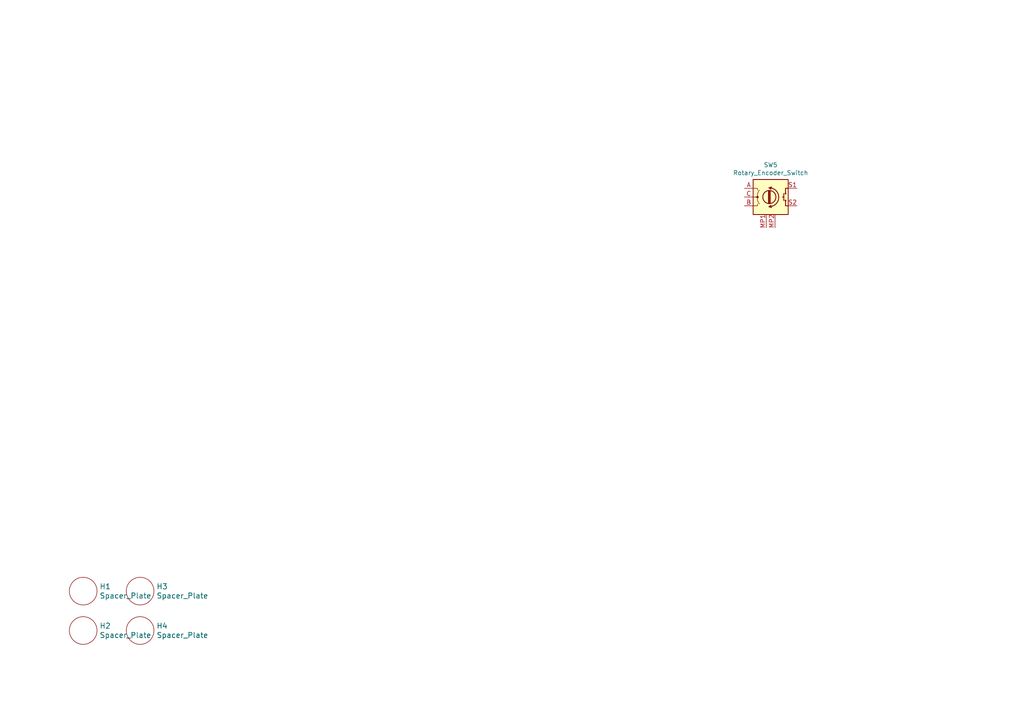
<source format=kicad_sch>
(kicad_sch (version 20211123) (generator eeschema)
  (paper "A4")
  (title_block (title "LSB1 Top Plate") (date "2022-04-07") (rev "v1.0") (company "Tweety's Wild Thinking") (comment 1 "Markus Knutsson <markus.knutsson@tweety.se>") (comment 2 "https://github.com/TweetyDaBird") (comment 3 "Licensed under Creative Commons BY-SA 4.0 International"))
  (lib_symbols
    (symbol "Keyboard Switches & Encoders:Spacer_Plate" (pin_names (offset 1.016))
      (property "Reference" "H1" (at 4.7244 1.3462 0))
      (property "Value" "Spacer_Plate" (at 4.7244 -1.3462 0))
      (symbol "Spacer_Plate_0_1"
        (circle (center 0 0) (radius 4.0132))
      )
    )
    (symbol "Keyboard_Library:Rotary_Encoder_Switch_GND" (pin_names (offset 0.254) hide)
      (property "Reference" "SW" (at 0 6.604 0))
      (property "Value" "Rotary_Encoder_Switch_GND" (at 0 8.89 0))
      (symbol "Rotary_Encoder_Switch_GND_0_1"
        (rectangle (start -5.08 5.08) (end 5.08 -5.08) (stroke (width 0.254)) (fill (type background)))
        (circle (center -3.81 0) (radius 0.254) (fill (type outline)))
        (arc (start -0.381 -2.794) (mid 2.3622 -0.0635) (end -0.381 2.667) (stroke (width 0.254)))
        (circle (center -0.381 0) (radius 1.905) (stroke (width 0.254)))
        (polyline (pts (xy -0.635 -1.778) (xy -0.635 1.778)) (stroke (width 0.254)))
        (polyline (pts (xy -0.381 -1.778) (xy -0.381 1.778)) (stroke (width 0.254)))
        (polyline (pts (xy -0.127 1.778) (xy -0.127 -1.778)) (stroke (width 0.254)))
        (polyline (pts (xy 3.81 0) (xy 3.429 0)) (stroke (width 0.254)))
        (polyline (pts (xy 3.81 1.016) (xy 3.81 -1.016)) (stroke (width 0.254)))
        (polyline (pts (xy -5.08 -2.54) (xy -3.81 -2.54) (xy -3.81 -2.032)))
        (polyline (pts (xy -5.08 2.54) (xy -3.81 2.54) (xy -3.81 2.032)))
        (polyline (pts (xy 0.254 -3.048) (xy -0.508 -2.794) (xy 0.127 -2.413)) (stroke (width 0.254)))
        (polyline (pts (xy 0.254 2.921) (xy -0.508 2.667) (xy 0.127 2.286)) (stroke (width 0.254)))
        (polyline (pts (xy 5.08 -2.54) (xy 4.318 -2.54) (xy 4.318 -1.016)) (stroke (width 0.254)))
        (polyline (pts (xy 5.08 2.54) (xy 4.318 2.54) (xy 4.318 1.016)) (stroke (width 0.254)))
        (polyline (pts (xy -5.08 0) (xy -3.81 0) (xy -3.81 -1.016) (xy -3.302 -2.032)))
        (polyline (pts (xy -4.318 0) (xy -3.81 0) (xy -3.81 1.016) (xy -3.302 2.032)))
        (circle (center 4.318 -1.016) (radius 0.127) (stroke (width 0.254)))
        (circle (center 4.318 1.016) (radius 0.127) (stroke (width 0.254)))
      )
      (symbol "Rotary_Encoder_Switch_GND_1_1"
        (pin passive line (at -7.62 2.54 0) (length 2.54) (name "A") (number "A"))
        (pin passive line (at -7.62 -2.54 0) (length 2.54) (name "B") (number "B"))
        (pin passive line (at -7.62 0 0) (length 2.54) (name "C") (number "C"))
        (pin power_in line (at -1.27 -8.89 90) (length 3.7084) (name "GND") (number "MP1"))
        (pin power_in line (at 1.27 -8.89 90) (length 3.7592) (name "GND") (number "MP2"))
        (pin passive line (at 7.62 2.54 180) (length 2.54) (name "S1") (number "S1"))
        (pin passive line (at 7.62 -2.54 180) (length 2.54) (name "S2") (number "S2"))
      )
    )
  )
  (symbol (lib_id "Keyboard_Library:Rotary_Encoder_Switch_GND") (at 223.52 57.15 0) (unit 1)
    (property "Reference" "SW5" (at 223.52 47.8282 0))
    (property "Value" "Rotary_Encoder_Switch" (at 223.52 50.1396 0))
    (property "Footprint" "Keyboard Switches & Encoders:Encoder_Plate_Placeholder" (effects hide))
  )
  (symbol (lib_id "Keyboard Switches & Encoders:Spacer_Plate") (at 24.13 182.88 0) (unit 1)
    (property "Reference" "H2" (at 28.8544 181.5338 0) (effects (font (size 1.524 1.524)) (justify left)))
    (property "Value" "Spacer_Plate" (at 28.8544 184.2262 0) (effects (font (size 1.524 1.524)) (justify left)))
    (property "Footprint" "Keyboard Switches & Encoders:Spacer Plate hole" (effects hide))
  )
  (symbol (lib_id "Keyboard Switches & Encoders:Spacer_Plate") (at 40.64 182.88 0) (unit 1)
    (property "Reference" "H4" (at 45.3644 181.5338 0) (effects (font (size 1.524 1.524)) (justify left)))
    (property "Value" "Spacer_Plate" (at 45.3644 184.2262 0) (effects (font (size 1.524 1.524)) (justify left)))
    (property "Footprint" "Keyboard Switches & Encoders:Spacer Plate hole" (effects hide))
  )
  (symbol (lib_id "Keyboard Switches & Encoders:Spacer_Plate") (at 40.64 171.45 0) (unit 1)
    (property "Reference" "H3" (at 45.3644 170.1038 0) (effects (font (size 1.524 1.524)) (justify left)))
    (property "Value" "Spacer_Plate" (at 45.3644 172.7962 0) (effects (font (size 1.524 1.524)) (justify left)))
    (property "Footprint" "Keyboard Switches & Encoders:Spacer Plate hole" (effects hide))
  )
  (symbol (lib_id "Keyboard Switches & Encoders:Spacer_Plate") (at 24.13 171.45 0) (unit 1)
    (property "Reference" "H1" (at 28.8544 170.1038 0) (effects (font (size 1.524 1.524)) (justify left)))
    (property "Value" "Spacer_Plate" (at 28.8544 172.7962 0) (effects (font (size 1.524 1.524)) (justify left)))
    (property "Footprint" "Keyboard Switches & Encoders:Spacer Plate hole" (effects hide))
  )
)
</source>
